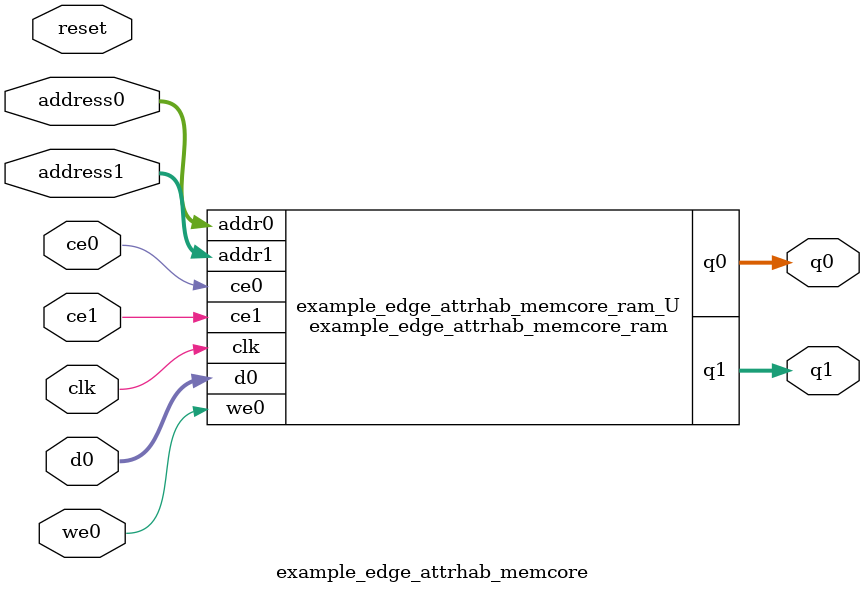
<source format=v>
`timescale 1 ns / 1 ps
module example_edge_attrhab_memcore_ram (addr0, ce0, d0, we0, q0, addr1, ce1, q1,  clk);

parameter DWIDTH = 14;
parameter AWIDTH = 7;
parameter MEM_SIZE = 120;

input[AWIDTH-1:0] addr0;
input ce0;
input[DWIDTH-1:0] d0;
input we0;
output reg[DWIDTH-1:0] q0;
input[AWIDTH-1:0] addr1;
input ce1;
output reg[DWIDTH-1:0] q1;
input clk;

(* ram_style = "block" *)reg [DWIDTH-1:0] ram[0:MEM_SIZE-1];




always @(posedge clk)  
begin 
    if (ce0) begin
        if (we0) 
            ram[addr0] <= d0; 
        q0 <= ram[addr0];
    end
end


always @(posedge clk)  
begin 
    if (ce1) begin
        q1 <= ram[addr1];
    end
end


endmodule

`timescale 1 ns / 1 ps
module example_edge_attrhab_memcore(
    reset,
    clk,
    address0,
    ce0,
    we0,
    d0,
    q0,
    address1,
    ce1,
    q1);

parameter DataWidth = 32'd14;
parameter AddressRange = 32'd120;
parameter AddressWidth = 32'd7;
input reset;
input clk;
input[AddressWidth - 1:0] address0;
input ce0;
input we0;
input[DataWidth - 1:0] d0;
output[DataWidth - 1:0] q0;
input[AddressWidth - 1:0] address1;
input ce1;
output[DataWidth - 1:0] q1;



example_edge_attrhab_memcore_ram example_edge_attrhab_memcore_ram_U(
    .clk( clk ),
    .addr0( address0 ),
    .ce0( ce0 ),
    .we0( we0 ),
    .d0( d0 ),
    .q0( q0 ),
    .addr1( address1 ),
    .ce1( ce1 ),
    .q1( q1 ));

endmodule


</source>
